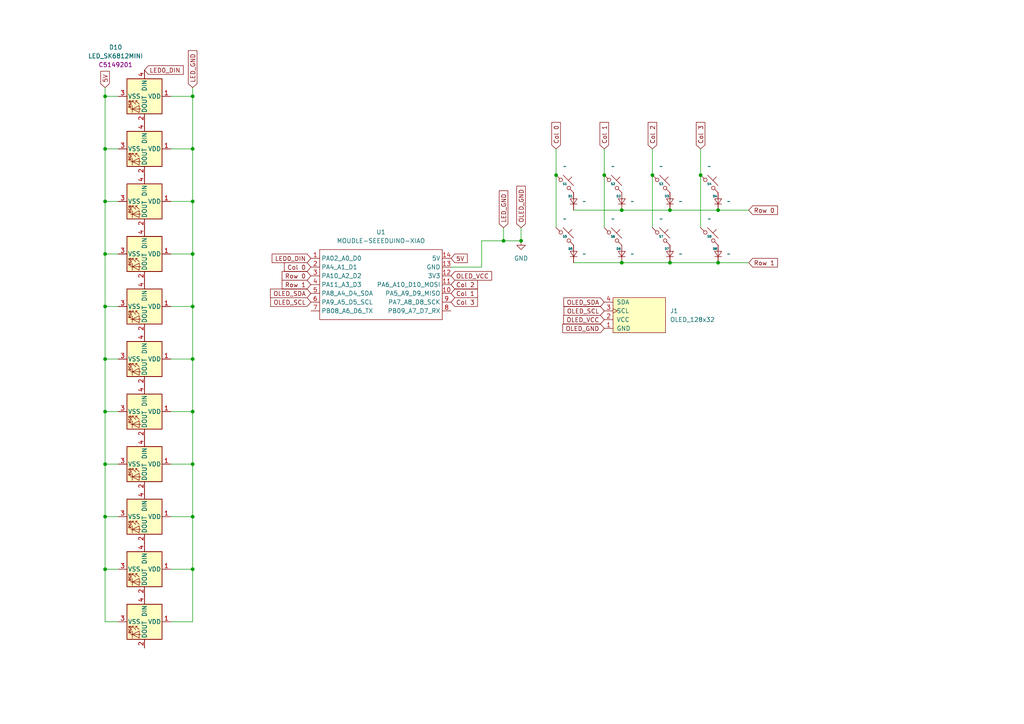
<source format=kicad_sch>
(kicad_sch (version 20250114) (generator "eeschema") (generator_version "9.0")
  (paper "A4")
  (lib_symbols
    (symbol "ScottoKeebs:LED_SK6812MINI" (pin_names (offset 0.254))
      (property "Reference" "D" (at 2.032 5.588 0))
      (property "Value" "LED_SK6812MINI" (at 1.27 -5.715 0))
      (property "LCSC" "C5149201" (at 0 0 0))
      (symbol "LED_SK6812MINI_0_0"
        (text "RGB" (at 2.286 -4.191 0) (effects (font (size 0.762 0.762))))
      )
      (symbol "LED_SK6812MINI_0_1"
        (rectangle (start -5.08 5.08) (end 5.08 -5.08) (stroke (width 0.254)) (fill (type background)))
        (polyline (pts (xy 1.27 -2.54) (xy 1.778 -2.54)))
        (polyline (pts (xy 1.27 -3.556) (xy 1.778 -3.556)))
        (polyline (pts (xy 2.286 -1.524) (xy 1.27 -2.54) (xy 1.27 -2.032)))
        (polyline (pts (xy 2.286 -2.54) (xy 1.27 -3.556) (xy 1.27 -3.048)))
        (polyline (pts (xy 3.683 -1.016) (xy 3.683 -3.556) (xy 3.683 -4.064)))
        (polyline (pts (xy 4.699 -1.524) (xy 2.667 -1.524) (xy 3.683 -3.556) (xy 4.699 -1.524)))
        (polyline (pts (xy 4.699 -3.556) (xy 2.667 -3.556)))
      )
      (symbol "LED_SK6812MINI_1_1"
        (pin input line (at -7.62 0 0) (length 2.54) (name "DIN") (number "4"))
        (pin power_in line (at 0 7.62 270) (length 2.54) (name "VDD") (number "1"))
        (pin power_in line (at 0 -7.62 90) (length 2.54) (name "VSS") (number "3"))
        (pin output line (at 7.62 0 180) (length 2.54) (name "DOUT") (number "2"))
      )
    )
    (symbol "ScottoKeebs:OLED_128x32" (pin_names (offset 1.016))
      (property "Reference" "J" (at 0 -6.35 0))
      (property "Value" "OLED_128x32" (at 0 6.35 0))
      (symbol "OLED_128x32_0_1"
        (rectangle (start 0 5.08) (end 15.24 -5.08) (fill (type background)))
      )
      (symbol "OLED_128x32_1_1"
        (pin bidirectional line (at -2.54 3.81 0) (length 2.54) (name "SDA") (number "4"))
        (pin input clock (at -2.54 1.27 0) (length 2.54) (name "SCL") (number "3"))
        (pin power_in line (at -2.54 -1.27 0) (length 2.54) (name "VCC") (number "2"))
        (pin power_in line (at -2.54 -3.81 0) (length 2.54) (name "GND") (number "1"))
      )
    )
    (symbol "ScottoKeebs:Placeholder_Diode" (pin_numbers (hide yes)) (pin_names (hide yes))
      (property "Reference" "D" (at -0.15 1.066 0))
      (symbol "Placeholder_Diode_0_1"
        (polyline (pts (xy 0 -0.762) (xy 0 0.762)))
      )
      (symbol "Placeholder_Diode_1_1"
        (polyline (pts (xy 1.016 0.762) (xy 0 -0.762) (xy -1.016 0.762) (xy 1.016 0.762)) (stroke (width 0.1524)))
        (polyline (pts (xy 1.016 -0.762) (xy -1.016 -0.762)) (stroke (width 0.1524)))
        (pin passive line (at 0 2.54 270) (length 1.778) (name "A") (number "2"))
        (pin passive line (at 0 -2.54 90) (length 1.778) (name "K") (number "1"))
      )
    )
    (symbol "ScottoKeebs:Placeholder_Keyswitch" (pin_numbers (hide yes)) (pin_names (offset 1.016) (hide yes))
      (property "Reference" "S" (at 0 0 0))
      (symbol "Placeholder_Keyswitch_0_1"
        (polyline (pts (xy -2.54 2.54) (xy -1.524 1.524) (xy -1.524 1.524)))
        (circle (center -1.1684 1.1684) (radius 0.508))
        (polyline (pts (xy -0.508 2.54) (xy 2.54 -0.508)))
        (polyline (pts (xy 1.016 1.016) (xy 2.032 2.032)))
        (circle (center 1.143 -1.1938) (radius 0.508))
        (polyline (pts (xy 1.524 -1.524) (xy 2.54 -2.54) (xy 2.54 -2.54) (xy 2.54 -2.54)))
        (pin passive line (at -2.54 2.54 0) (length 0) (name "1") (number "1"))
        (pin passive line (at 2.54 -2.54 180) (length 0) (name "2") (number "2"))
      )
    )
    (symbol "XIAO_RP2040:MOUDLE-SEEEDUINO-XIAO"
      (property "Reference" "U" (at -16.51 11.43 0))
      (property "Value" "MOUDLE-SEEEDUINO-XIAO" (at -3.81 -11.43 0))
      (symbol "MOUDLE-SEEEDUINO-XIAO_0_1"
        (rectangle (start -16.51 10.16) (end 19.05 -10.16))
      )
      (symbol "MOUDLE-SEEEDUINO-XIAO_1_1"
        (pin passive line (at -19.05 7.62 0) (length 2.54) (name "PA02_A0_D0") (number "1"))
        (pin passive line (at -19.05 5.08 0) (length 2.54) (name "PA4_A1_D1") (number "2"))
        (pin passive line (at -19.05 2.54 0) (length 2.54) (name "PA10_A2_D2") (number "3"))
        (pin passive line (at -19.05 0 0) (length 2.54) (name "PA11_A3_D3") (number "4"))
        (pin passive line (at -19.05 -2.54 0) (length 2.54) (name "PA8_A4_D4_SDA") (number "5"))
        (pin passive line (at -19.05 -5.08 0) (length 2.54) (name "PA9_A5_D5_SCL") (number "6"))
        (pin passive line (at -19.05 -7.62 0) (length 2.54) (name "PB08_A6_D6_TX") (number "7"))
        (pin passive line (at 21.59 7.62 180) (length 2.54) (name "5V") (number "14"))
        (pin passive line (at 21.59 5.08 180) (length 2.54) (name "GND") (number "13"))
        (pin passive line (at 21.59 2.54 180) (length 2.54) (name "3V3") (number "12"))
        (pin passive line (at 21.59 0 180) (length 2.54) (name "PA6_A10_D10_MOSI") (number "11"))
        (pin passive line (at 21.59 -2.54 180) (length 2.54) (name "PA5_A9_D9_MISO") (number "10"))
        (pin passive line (at 21.59 -5.08 180) (length 2.54) (name "PA7_A8_D8_SCK") (number "9"))
        (pin passive line (at 21.59 -7.62 180) (length 2.54) (name "PB09_A7_D7_RX") (number "8"))
      )
    )
    (symbol "power:GND" (power) (pin_numbers (hide yes)) (pin_names (offset 0) (hide yes))
      (property "Value" "GND" (at 0 -3.81 0))
      (symbol "GND_0_1"
        (polyline (pts (xy 0 0) (xy 0 -1.27) (xy 1.27 -1.27) (xy 0 -2.54) (xy -1.27 -1.27) (xy 0 -1.27)))
      )
      (symbol "GND_1_1"
        (pin power_in line (at 0 0 270) (length 0) (name "~") (number "1"))
      )
    )
  )
  (junction (at 189.23 50.8))
  (junction (at 151.13 69.85))
  (junction (at 30.48 43.18))
  (junction (at 194.31 60.96))
  (junction (at 30.48 165.1))
  (junction (at 30.48 88.9))
  (junction (at 55.88 58.42))
  (junction (at 55.88 104.14))
  (junction (at 30.48 58.42))
  (junction (at 180.34 76.2))
  (junction (at 55.88 165.1))
  (junction (at 55.88 134.62))
  (junction (at 55.88 27.94))
  (junction (at 180.34 60.96))
  (junction (at 203.2 50.8))
  (junction (at 208.28 76.2))
  (junction (at 30.48 73.66))
  (junction (at 146.05 69.85))
  (junction (at 55.88 149.86))
  (junction (at 55.88 73.66))
  (junction (at 30.48 119.38))
  (junction (at 55.88 43.18))
  (junction (at 30.48 149.86))
  (junction (at 175.26 50.8))
  (junction (at 194.31 76.2))
  (junction (at 55.88 88.9))
  (junction (at 208.28 60.96))
  (junction (at 161.29 50.8))
  (junction (at 30.48 134.62))
  (junction (at 30.48 27.94))
  (junction (at 55.88 119.38))
  (junction (at 30.48 104.14))
  (wire (pts (xy 55.88 25.4) (xy 55.88 27.94)))
  (wire (pts (xy 30.48 165.1) (xy 30.48 180.34)))
  (wire (pts (xy 175.26 43.18) (xy 175.26 50.8)))
  (wire (pts (xy 194.31 76.2) (xy 208.28 76.2)))
  (wire (pts (xy 161.29 43.18) (xy 161.29 50.8)))
  (wire (pts (xy 30.48 104.14) (xy 34.29 104.14)))
  (wire (pts (xy 139.7 69.85) (xy 146.05 69.85)))
  (wire (pts (xy 30.48 73.66) (xy 30.48 88.9)))
  (wire (pts (xy 55.88 149.86) (xy 49.53 149.86)))
  (wire (pts (xy 203.2 50.8) (xy 203.2 66.04)))
  (wire (pts (xy 55.88 180.34) (xy 49.53 180.34)))
  (wire (pts (xy 55.88 149.86) (xy 55.88 165.1)))
  (wire (pts (xy 166.37 76.2) (xy 180.34 76.2)))
  (wire (pts (xy 30.48 119.38) (xy 34.29 119.38)))
  (wire (pts (xy 180.34 60.96) (xy 194.31 60.96)))
  (wire (pts (xy 151.13 66.04) (xy 151.13 69.85)))
  (wire (pts (xy 30.48 43.18) (xy 30.48 58.42)))
  (wire (pts (xy 30.48 27.94) (xy 30.48 43.18)))
  (wire (pts (xy 146.05 66.04) (xy 146.05 69.85)))
  (wire (pts (xy 194.31 60.96) (xy 208.28 60.96)))
  (wire (pts (xy 30.48 73.66) (xy 34.29 73.66)))
  (wire (pts (xy 139.7 77.47) (xy 139.7 69.85)))
  (wire (pts (xy 30.48 88.9) (xy 30.48 104.14)))
  (wire (pts (xy 203.2 43.18) (xy 203.2 50.8)))
  (wire (pts (xy 55.88 88.9) (xy 55.88 104.14)))
  (wire (pts (xy 55.88 58.42) (xy 49.53 58.42)))
  (wire (pts (xy 30.48 104.14) (xy 30.48 119.38)))
  (wire (pts (xy 30.48 165.1) (xy 34.29 165.1)))
  (wire (pts (xy 55.88 119.38) (xy 49.53 119.38)))
  (wire (pts (xy 175.26 50.8) (xy 175.26 66.04)))
  (wire (pts (xy 55.88 88.9) (xy 49.53 88.9)))
  (wire (pts (xy 30.48 134.62) (xy 34.29 134.62)))
  (wire (pts (xy 30.48 119.38) (xy 30.48 134.62)))
  (wire (pts (xy 55.88 27.94) (xy 49.53 27.94)))
  (wire (pts (xy 30.48 27.94) (xy 34.29 27.94)))
  (wire (pts (xy 189.23 43.18) (xy 189.23 50.8)))
  (wire (pts (xy 30.48 149.86) (xy 30.48 165.1)))
  (wire (pts (xy 208.28 60.96) (xy 217.17 60.96)))
  (wire (pts (xy 55.88 43.18) (xy 49.53 43.18)))
  (wire (pts (xy 180.34 76.2) (xy 194.31 76.2)))
  (wire (pts (xy 55.88 73.66) (xy 49.53 73.66)))
  (wire (pts (xy 55.88 104.14) (xy 55.88 119.38)))
  (wire (pts (xy 30.48 88.9) (xy 34.29 88.9)))
  (wire (pts (xy 55.88 73.66) (xy 55.88 88.9)))
  (wire (pts (xy 30.48 58.42) (xy 34.29 58.42)))
  (wire (pts (xy 30.48 134.62) (xy 30.48 149.86)))
  (wire (pts (xy 189.23 50.8) (xy 189.23 66.04)))
  (wire (pts (xy 55.88 134.62) (xy 55.88 149.86)))
  (wire (pts (xy 30.48 58.42) (xy 30.48 73.66)))
  (wire (pts (xy 30.48 149.86) (xy 34.29 149.86)))
  (wire (pts (xy 55.88 134.62) (xy 49.53 134.62)))
  (wire (pts (xy 30.48 43.18) (xy 34.29 43.18)))
  (wire (pts (xy 30.48 25.4) (xy 30.48 27.94)))
  (wire (pts (xy 208.28 76.2) (xy 217.17 76.2)))
  (wire (pts (xy 55.88 58.42) (xy 55.88 73.66)))
  (wire (pts (xy 55.88 165.1) (xy 55.88 180.34)))
  (wire (pts (xy 55.88 119.38) (xy 55.88 134.62)))
  (wire (pts (xy 55.88 43.18) (xy 55.88 58.42)))
  (wire (pts (xy 55.88 104.14) (xy 49.53 104.14)))
  (wire (pts (xy 146.05 69.85) (xy 151.13 69.85)))
  (wire (pts (xy 161.29 50.8) (xy 161.29 66.04)))
  (wire (pts (xy 166.37 60.96) (xy 180.34 60.96)))
  (wire (pts (xy 30.48 180.34) (xy 34.29 180.34)))
  (wire (pts (xy 55.88 165.1) (xy 49.53 165.1)))
  (wire (pts (xy 55.88 27.94) (xy 55.88 43.18)))
  (wire (pts (xy 130.81 77.47) (xy 139.7 77.47)))
  (global_label "Col 1" (shape input) (at 175.26 43.18 90) (property "Intersheetrefs" "${INTERSHEET_REFS}" (effects (hide yes))))
  (global_label "OLED_SCL" (shape input) (at 175.26 90.17 180) (property "Intersheetrefs" "${INTERSHEET_REFS}" (effects (hide yes))))
  (global_label "Col 2" (shape input) (at 189.23 43.18 90) (property "Intersheetrefs" "${INTERSHEET_REFS}" (effects (hide yes))))
  (global_label "Col 3" (shape input) (at 203.2 43.18 90) (property "Intersheetrefs" "${INTERSHEET_REFS}" (effects (hide yes))))
  (global_label "LED0_DIN" (shape input) (at 41.91 20.32 0) (property "Intersheetrefs" "${INTERSHEET_REFS}" (effects (hide yes))))
  (global_label "Col 0" (shape input) (at 90.17 77.47 180) (property "Intersheetrefs" "${INTERSHEET_REFS}" (effects (hide yes))))
  (global_label "OLED_SDA" (shape input) (at 90.17 85.09 180) (property "Intersheetrefs" "${INTERSHEET_REFS}" (effects (hide yes))))
  (global_label "Col 0" (shape input) (at 161.29 43.18 90) (property "Intersheetrefs" "${INTERSHEET_REFS}" (effects (hide yes))))
  (global_label "5V" (shape input) (at 30.48 25.4 90) (property "Intersheetrefs" "${INTERSHEET_REFS}" (effects (hide yes))))
  (global_label "OLED_VCC" (shape input) (at 130.81 80.01 0) (property "Intersheetrefs" "${INTERSHEET_REFS}" (effects (hide yes))))
  (global_label "OLED_GND" (shape input) (at 175.26 95.25 180) (property "Intersheetrefs" "${INTERSHEET_REFS}" (effects (hide yes))))
  (global_label "Row 0" (shape input) (at 217.17 60.96 0) (property "Intersheetrefs" "${INTERSHEET_REFS}" (effects (hide yes))))
  (global_label "LED0_DIN" (shape input) (at 90.17 74.93 180) (property "Intersheetrefs" "${INTERSHEET_REFS}" (effects (hide yes))))
  (global_label "5V" (shape input) (at 130.81 74.93 0) (property "Intersheetrefs" "${INTERSHEET_REFS}" (effects (hide yes))))
  (global_label "OLED_GND" (shape input) (at 151.13 66.04 90) (property "Intersheetrefs" "${INTERSHEET_REFS}" (effects (hide yes))))
  (global_label "OLED_SDA" (shape input) (at 175.26 87.63 180) (property "Intersheetrefs" "${INTERSHEET_REFS}" (effects (hide yes))))
  (global_label "Col 1" (shape input) (at 130.81 85.09 0) (property "Intersheetrefs" "${INTERSHEET_REFS}" (effects (hide yes))))
  (global_label "Row 1" (shape input) (at 217.17 76.2 0) (property "Intersheetrefs" "${INTERSHEET_REFS}" (effects (hide yes))))
  (global_label "OLED_VCC" (shape input) (at 175.26 92.71 180) (property "Intersheetrefs" "${INTERSHEET_REFS}" (effects (hide yes))))
  (global_label "Row 1" (shape input) (at 90.17 82.55 180) (property "Intersheetrefs" "${INTERSHEET_REFS}" (effects (hide yes))))
  (global_label "OLED_SCL" (shape input) (at 90.17 87.63 180) (property "Intersheetrefs" "${INTERSHEET_REFS}" (effects (hide yes))))
  (global_label "Col 2" (shape input) (at 130.81 82.55 0) (property "Intersheetrefs" "${INTERSHEET_REFS}" (effects (hide yes))))
  (global_label "LED_GND" (shape input) (at 146.05 66.04 90) (property "Intersheetrefs" "${INTERSHEET_REFS}" (effects (hide yes))))
  (global_label "Row 0" (shape input) (at 90.17 80.01 180) (property "Intersheetrefs" "${INTERSHEET_REFS}" (effects (hide yes))))
  (global_label "Col 3" (shape input) (at 130.81 87.63 0) (property "Intersheetrefs" "${INTERSHEET_REFS}" (effects (hide yes))))
  (global_label "LED_GND" (shape input) (at 55.88 25.4 90) (property "Intersheetrefs" "${INTERSHEET_REFS}" (effects (hide yes))))
  (symbol (lib_id "ScottoKeebs:LED_SK6812MINI") (at 41.91 27.94 270) (unit 1)
    (property "Reference" "D10" (at 33.528 13.716 90))
    (property "Value" "LED_SK6812MINI" (at 33.528 16.256 90))
    (property "Footprint" "ScottoKeebs_Components:LED_SK6812MINI" (effects (hide yes)))
    (property "Datasheet" "https://cdn-shop.adafruit.com/product-files/2686/SK6812MINI_REV.01-1-2.pdf" (effects (hide yes)))
    (property "Description" "RGB LED with integrated controller" (effects (hide yes)))
    (property "LCSC" "C5149201" (at 33.528 18.796 90))
  )
  (symbol (lib_id "ScottoKeebs:LED_SK6812MINI") (at 41.91 104.14 270) (unit 1)
    (property "Reference" "D14" (effects (hide yes)))
    (property "Value" "LED_SK6812MINI" (effects (hide yes)))
    (property "Footprint" "ScottoKeebs_Components:LED_SK6812MINI" (effects (hide yes)))
    (property "Datasheet" "https://cdn-shop.adafruit.com/product-files/2686/SK6812MINI_REV.01-1-2.pdf" (effects (hide yes)))
    (property "Description" "RGB LED with integrated controller" (effects (hide yes)))
    (property "LCSC" "C5149201" (effects (hide yes)))
  )
  (symbol (lib_id "ScottoKeebs:Placeholder_Diode") (at 208.28 58.42 0) (unit 1)
    (property "Reference" "D4" (at 208.13 57.354 0) (effects (font (size 0.635 0.635) (thickness 0.127) (bold yes)) (justify right bottom)))
    (property "Value" "~" (at 210.82 58.4199 0) (effects (justify left)))
    (property "Footprint" "ScottoKeebs_Components:Diode_DO-35" (effects (hide yes)))
  )
  (symbol (lib_id "ScottoKeebs:LED_SK6812MINI") (at 41.91 134.62 270) (unit 1)
    (property "Reference" "D16" (effects (hide yes)))
    (property "Value" "LED_SK6812MINI" (effects (hide yes)))
    (property "Footprint" "ScottoKeebs_Components:LED_SK6812MINI" (effects (hide yes)))
    (property "Datasheet" "https://cdn-shop.adafruit.com/product-files/2686/SK6812MINI_REV.01-1-2.pdf" (effects (hide yes)))
    (property "Description" "RGB LED with integrated controller" (effects (hide yes)))
    (property "LCSC" "C5149201" (effects (hide yes)))
  )
  (symbol (lib_id "ScottoKeebs:Placeholder_Keyswitch") (at 191.77 53.34 0) (unit 1)
    (property "Reference" "S3" (at 191.77 53.34 0) (effects (font (size 0.635 0.635) (thickness 0.127) (bold yes))))
    (property "Value" "~" (at 191.77 48.26 0))
    (property "Footprint" "Button_Switch_Keyboard:SW_Cherry_MX_1.00u_PCB" (effects (hide yes)))
  )
  (symbol (lib_id "ScottoKeebs:Placeholder_Keyswitch") (at 177.8 68.58 0) (unit 1)
    (property "Reference" "S6" (at 177.8 68.58 0) (effects (font (size 0.635 0.635) (thickness 0.127) (bold yes))))
    (property "Value" "~" (at 177.8 63.5 0))
    (property "Footprint" "Button_Switch_Keyboard:SW_Cherry_MX_1.00u_PCB" (effects (hide yes)))
  )
  (symbol (lib_id "ScottoKeebs:LED_SK6812MINI") (at 41.91 149.86 270) (unit 1)
    (property "Reference" "D17" (effects (hide yes)))
    (property "Value" "LED_SK6812MINI" (effects (hide yes)))
    (property "Footprint" "ScottoKeebs_Components:LED_SK6812MINI" (effects (hide yes)))
    (property "Datasheet" "https://cdn-shop.adafruit.com/product-files/2686/SK6812MINI_REV.01-1-2.pdf" (effects (hide yes)))
    (property "Description" "RGB LED with integrated controller" (effects (hide yes)))
    (property "LCSC" "C5149201" (effects (hide yes)))
  )
  (symbol (lib_id "ScottoKeebs:Placeholder_Keyswitch") (at 205.74 68.58 0) (unit 1)
    (property "Reference" "S8" (at 205.74 68.58 0) (effects (font (size 0.635 0.635) (thickness 0.127) (bold yes))))
    (property "Value" "~" (at 205.74 63.5 0))
    (property "Footprint" "Button_Switch_Keyboard:SW_Cherry_MX_1.00u_PCB" (effects (hide yes)))
  )
  (symbol (lib_id "ScottoKeebs:OLED_128x32") (at 177.8 91.44 0) (unit 1)
    (property "Reference" "J1" (at 194.31 90.1699 0) (effects (justify left)))
    (property "Value" "OLED_128x32" (at 194.31 92.7099 0) (effects (justify left)))
    (property "Footprint" "ScottoKeebs_Components:OLED_128x32" (effects (hide yes)))
  )
  (symbol (lib_id "power:GND") (at 151.13 69.85 0) (unit 1)
    (property "Reference" "#PWR01" (effects (hide yes)))
    (property "Value" "GND" (at 151.13 74.93 0))
    (property "Description" "Power symbol creates a global label with name \"GND\" , ground" (effects (hide yes)))
  )
  (symbol (lib_id "ScottoKeebs:Placeholder_Keyswitch") (at 163.83 68.58 0) (unit 1)
    (property "Reference" "S5" (at 163.83 68.58 0) (effects (font (size 0.635 0.635) (thickness 0.127) (bold yes))))
    (property "Value" "~" (at 163.83 63.5 0))
    (property "Footprint" "Button_Switch_Keyboard:SW_Cherry_MX_1.00u_PCB" (effects (hide yes)))
  )
  (symbol (lib_id "ScottoKeebs:Placeholder_Diode") (at 180.34 58.42 0) (unit 1)
    (property "Reference" "D2" (at 180.19 57.354 0) (effects (font (size 0.635 0.635) (thickness 0.127) (bold yes)) (justify right bottom)))
    (property "Value" "~" (at 182.88 58.4199 0) (effects (justify left)))
    (property "Footprint" "ScottoKeebs_Components:Diode_DO-35" (effects (hide yes)))
  )
  (symbol (lib_id "ScottoKeebs:Placeholder_Diode") (at 166.37 73.66 0) (unit 1)
    (property "Reference" "D5" (at 166.22 72.594 0) (effects (font (size 0.635 0.635) (thickness 0.127) (bold yes)) (justify right bottom)))
    (property "Value" "~" (at 168.91 73.6599 0) (effects (justify left)))
    (property "Footprint" "ScottoKeebs_Components:Diode_DO-35" (effects (hide yes)))
  )
  (symbol (lib_id "ScottoKeebs:LED_SK6812MINI") (at 41.91 73.66 270) (unit 1)
    (property "Reference" "D12" (effects (hide yes)))
    (property "Value" "LED_SK6812MINI" (effects (hide yes)))
    (property "Footprint" "ScottoKeebs_Components:LED_SK6812MINI" (effects (hide yes)))
    (property "Datasheet" "https://cdn-shop.adafruit.com/product-files/2686/SK6812MINI_REV.01-1-2.pdf" (effects (hide yes)))
    (property "Description" "RGB LED with integrated controller" (effects (hide yes)))
    (property "LCSC" "C5149201" (effects (hide yes)))
  )
  (symbol (lib_id "ScottoKeebs:Placeholder_Diode") (at 166.37 58.42 0) (unit 1)
    (property "Reference" "D1" (at 166.22 57.354 0) (effects (font (size 0.635 0.635) (thickness 0.127) (bold yes)) (justify right bottom)))
    (property "Value" "~" (at 168.91 58.4199 0) (effects (justify left)))
    (property "Footprint" "ScottoKeebs_Components:Diode_DO-35" (effects (hide yes)))
  )
  (symbol (lib_id "ScottoKeebs:LED_SK6812MINI") (at 41.91 180.34 270) (unit 1)
    (property "Reference" "D19" (effects (hide yes)))
    (property "Value" "LED_SK6812MINI" (effects (hide yes)))
    (property "Footprint" "ScottoKeebs_Components:LED_SK6812MINI" (effects (hide yes)))
    (property "Datasheet" "https://cdn-shop.adafruit.com/product-files/2686/SK6812MINI_REV.01-1-2.pdf" (effects (hide yes)))
    (property "Description" "RGB LED with integrated controller" (effects (hide yes)))
    (property "LCSC" "C5149201" (effects (hide yes)))
  )
  (symbol (lib_id "ScottoKeebs:Placeholder_Keyswitch") (at 177.8 53.34 0) (unit 1)
    (property "Reference" "S2" (at 177.8 53.34 0) (effects (font (size 0.635 0.635) (thickness 0.127) (bold yes))))
    (property "Value" "~" (at 177.8 48.26 0))
    (property "Footprint" "Button_Switch_Keyboard:SW_Cherry_MX_1.00u_PCB" (effects (hide yes)))
  )
  (symbol (lib_id "ScottoKeebs:LED_SK6812MINI") (at 41.91 58.42 270) (unit 1)
    (property "Reference" "D11" (effects (hide yes)))
    (property "Value" "LED_SK6812MINI" (effects (hide yes)))
    (property "Footprint" "ScottoKeebs_Components:LED_SK6812MINI" (effects (hide yes)))
    (property "Datasheet" "https://cdn-shop.adafruit.com/product-files/2686/SK6812MINI_REV.01-1-2.pdf" (effects (hide yes)))
    (property "Description" "RGB LED with integrated controller" (effects (hide yes)))
    (property "LCSC" "C5149201" (effects (hide yes)))
  )
  (symbol (lib_id "ScottoKeebs:Placeholder_Keyswitch") (at 205.74 53.34 0) (unit 1)
    (property "Reference" "S4" (at 205.74 53.34 0) (effects (font (size 0.635 0.635) (thickness 0.127) (bold yes))))
    (property "Value" "~" (at 205.74 48.26 0))
    (property "Footprint" "Button_Switch_Keyboard:SW_Cherry_MX_1.00u_PCB" (effects (hide yes)))
  )
  (symbol (lib_id "ScottoKeebs:LED_SK6812MINI") (at 41.91 119.38 270) (unit 1)
    (property "Reference" "D15" (effects (hide yes)))
    (property "Value" "LED_SK6812MINI" (effects (hide yes)))
    (property "Footprint" "ScottoKeebs_Components:LED_SK6812MINI" (effects (hide yes)))
    (property "Datasheet" "https://cdn-shop.adafruit.com/product-files/2686/SK6812MINI_REV.01-1-2.pdf" (effects (hide yes)))
    (property "Description" "RGB LED with integrated controller" (effects (hide yes)))
    (property "LCSC" "C5149201" (effects (hide yes)))
  )
  (symbol (lib_id "XIAO_RP2040:MOUDLE-SEEEDUINO-XIAO") (at 109.22 82.55 0) (unit 1)
    (property "Reference" "U1" (at 110.49 67.31 0))
    (property "Value" "MOUDLE-SEEEDUINO-XIAO" (at 110.49 69.85 0))
    (property "Footprint" "footprints:XIAO-Generic-Hybrid-14P-2.54-21X17.8MM" (effects (hide yes)))
  )
  (symbol (lib_id "ScottoKeebs:LED_SK6812MINI") (at 41.91 165.1 270) (unit 1)
    (property "Reference" "D18" (effects (hide yes)))
    (property "Value" "LED_SK6812MINI" (effects (hide yes)))
    (property "Footprint" "ScottoKeebs_Components:LED_SK6812MINI" (effects (hide yes)))
    (property "Datasheet" "https://cdn-shop.adafruit.com/product-files/2686/SK6812MINI_REV.01-1-2.pdf" (effects (hide yes)))
    (property "Description" "RGB LED with integrated controller" (effects (hide yes)))
    (property "LCSC" "C5149201" (effects (hide yes)))
  )
  (symbol (lib_id "ScottoKeebs:Placeholder_Diode") (at 194.31 58.42 0) (unit 1)
    (property "Reference" "D3" (at 194.16 57.354 0) (effects (font (size 0.635 0.635) (thickness 0.127) (bold yes)) (justify right bottom)))
    (property "Value" "~" (at 196.85 58.4199 0) (effects (justify left)))
    (property "Footprint" "ScottoKeebs_Components:Diode_DO-35" (effects (hide yes)))
  )
  (symbol (lib_id "ScottoKeebs:Placeholder_Keyswitch") (at 163.83 53.34 0) (unit 1)
    (property "Reference" "S1" (at 163.83 53.34 0) (effects (font (size 0.635 0.635) (thickness 0.127) (bold yes))))
    (property "Value" "~" (at 163.83 48.26 0))
    (property "Footprint" "Button_Switch_Keyboard:SW_Cherry_MX_1.00u_PCB" (effects (hide yes)))
  )
  (symbol (lib_id "ScottoKeebs:Placeholder_Diode") (at 194.31 73.66 0) (unit 1)
    (property "Reference" "D7" (at 194.16 72.594 0) (effects (font (size 0.635 0.635) (thickness 0.127) (bold yes)) (justify right bottom)))
    (property "Value" "~" (at 196.85 73.6599 0) (effects (justify left)))
    (property "Footprint" "ScottoKeebs_Components:Diode_DO-35" (effects (hide yes)))
  )
  (symbol (lib_id "ScottoKeebs:Placeholder_Diode") (at 180.34 73.66 0) (unit 1)
    (property "Reference" "D6" (at 180.19 72.594 0) (effects (font (size 0.635 0.635) (thickness 0.127) (bold yes)) (justify right bottom)))
    (property "Value" "~" (at 182.88 73.6599 0) (effects (justify left)))
    (property "Footprint" "ScottoKeebs_Components:Diode_DO-35" (effects (hide yes)))
  )
  (symbol (lib_id "ScottoKeebs:LED_SK6812MINI") (at 41.91 43.18 270) (unit 1)
    (property "Reference" "D9" (effects (hide yes)))
    (property "Value" "LED_SK6812MINI" (effects (hide yes)))
    (property "Footprint" "ScottoKeebs_Components:LED_SK6812MINI" (effects (hide yes)))
    (property "Datasheet" "https://cdn-shop.adafruit.com/product-files/2686/SK6812MINI_REV.01-1-2.pdf" (effects (hide yes)))
    (property "Description" "RGB LED with integrated controller" (effects (hide yes)))
    (property "LCSC" "C5149201" (effects (hide yes)))
  )
  (symbol (lib_id "ScottoKeebs:Placeholder_Diode") (at 208.28 73.66 0) (unit 1)
    (property "Reference" "D8" (at 208.13 72.594 0) (effects (font (size 0.635 0.635) (thickness 0.127) (bold yes)) (justify right bottom)))
    (property "Value" "~" (at 210.82 73.6599 0) (effects (justify left)))
    (property "Footprint" "ScottoKeebs_Components:Diode_DO-35" (effects (hide yes)))
  )
  (symbol (lib_id "ScottoKeebs:LED_SK6812MINI") (at 41.91 88.9 270) (unit 1)
    (property "Reference" "D13" (effects (hide yes)))
    (property "Value" "LED_SK6812MINI" (effects (hide yes)))
    (property "Footprint" "ScottoKeebs_Components:LED_SK6812MINI" (effects (hide yes)))
    (property "Datasheet" "https://cdn-shop.adafruit.com/product-files/2686/SK6812MINI_REV.01-1-2.pdf" (effects (hide yes)))
    (property "Description" "RGB LED with integrated controller" (effects (hide yes)))
    (property "LCSC" "C5149201" (effects (hide yes)))
  )
  (symbol (lib_id "ScottoKeebs:Placeholder_Keyswitch") (at 191.77 68.58 0) (unit 1)
    (property "Reference" "S7" (at 191.77 68.58 0) (effects (font (size 0.635 0.635) (thickness 0.127) (bold yes))))
    (property "Value" "~" (at 191.77 63.5 0))
    (property "Footprint" "Button_Switch_Keyboard:SW_Cherry_MX_1.00u_PCB" (effects (hide yes)))
  )
)
</source>
